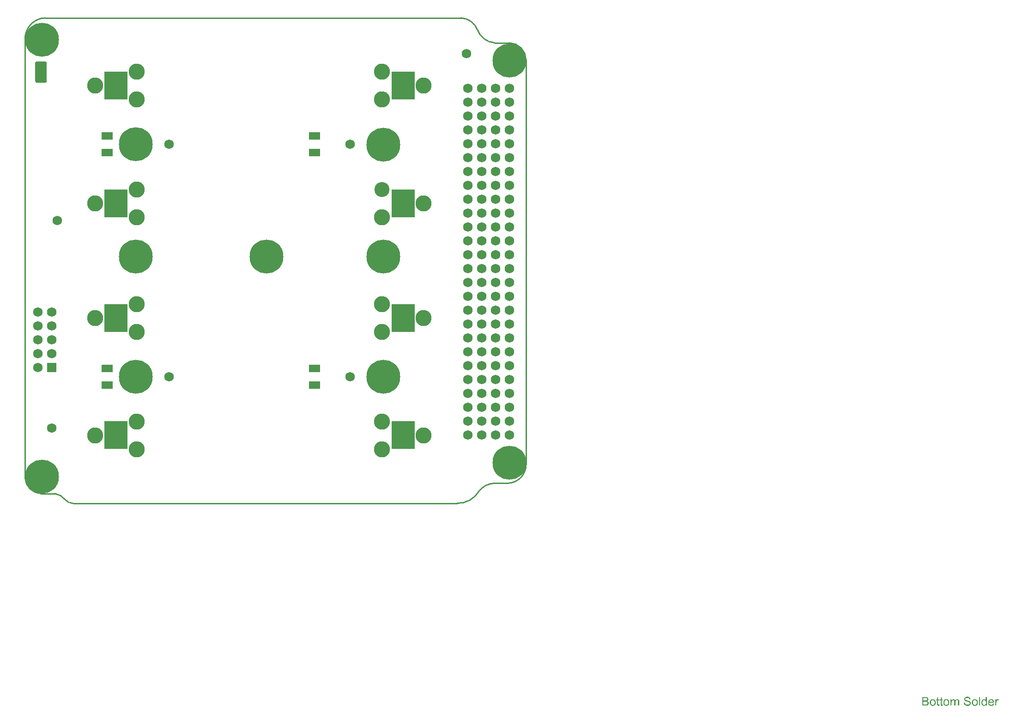
<source format=gbs>
G04*
G04 #@! TF.GenerationSoftware,Altium Limited,Altium Designer,18.1.7 (191)*
G04*
G04 Layer_Color=16711935*
%FSLAX25Y25*%
%MOIN*%
G70*
G01*
G75*
%ADD11C,0.01000*%
%ADD13C,0.00787*%
%ADD19R,0.07874X0.14567*%
%ADD22C,0.11627*%
%ADD23C,0.06902*%
%ADD24R,0.06902X0.06902*%
%ADD25C,0.24422*%
%ADD26C,0.10827*%
%ADD34R,0.07887X0.05328*%
%ADD35R,0.16548X0.20485*%
G36*
X681189Y-139136D02*
X681253D01*
X681426Y-139154D01*
X681617Y-139181D01*
X681817Y-139227D01*
X682036Y-139281D01*
X682236Y-139354D01*
X682246D01*
X682264Y-139363D01*
X682291Y-139382D01*
X682328Y-139400D01*
X682419Y-139445D01*
X682537Y-139527D01*
X682674Y-139618D01*
X682810Y-139737D01*
X682938Y-139874D01*
X683056Y-140028D01*
Y-140038D01*
X683066Y-140047D01*
X683084Y-140074D01*
X683102Y-140101D01*
X683147Y-140192D01*
X683202Y-140311D01*
X683266Y-140456D01*
X683312Y-140630D01*
X683357Y-140812D01*
X683375Y-141012D01*
X682574Y-141076D01*
Y-141067D01*
Y-141049D01*
X682564Y-141021D01*
X682555Y-140976D01*
X682528Y-140876D01*
X682492Y-140739D01*
X682437Y-140593D01*
X682355Y-140447D01*
X682255Y-140311D01*
X682127Y-140183D01*
X682109Y-140174D01*
X682063Y-140138D01*
X681972Y-140083D01*
X681854Y-140028D01*
X681699Y-139974D01*
X681517Y-139919D01*
X681289Y-139883D01*
X681034Y-139874D01*
X680906D01*
X680852Y-139883D01*
X680779Y-139892D01*
X680615Y-139910D01*
X680433Y-139946D01*
X680251Y-139992D01*
X680077Y-140065D01*
X680005Y-140110D01*
X679932Y-140156D01*
X679913Y-140165D01*
X679877Y-140201D01*
X679822Y-140265D01*
X679768Y-140338D01*
X679704Y-140438D01*
X679649Y-140548D01*
X679613Y-140675D01*
X679595Y-140821D01*
Y-140839D01*
Y-140876D01*
X679604Y-140939D01*
X679622Y-141012D01*
X679649Y-141103D01*
X679695Y-141194D01*
X679749Y-141286D01*
X679832Y-141377D01*
X679841Y-141386D01*
X679886Y-141413D01*
X679922Y-141440D01*
X679959Y-141459D01*
X680014Y-141486D01*
X680077Y-141522D01*
X680159Y-141550D01*
X680251Y-141586D01*
X680351Y-141623D01*
X680469Y-141668D01*
X680597Y-141705D01*
X680743Y-141750D01*
X680906Y-141787D01*
X681089Y-141832D01*
X681098D01*
X681134Y-141841D01*
X681189Y-141850D01*
X681253Y-141869D01*
X681335Y-141887D01*
X681435Y-141914D01*
X681535Y-141941D01*
X681644Y-141969D01*
X681881Y-142033D01*
X682109Y-142096D01*
X682218Y-142133D01*
X682318Y-142169D01*
X682410Y-142197D01*
X682482Y-142233D01*
X682492D01*
X682510Y-142242D01*
X682537Y-142260D01*
X682574Y-142279D01*
X682674Y-142333D01*
X682792Y-142406D01*
X682929Y-142506D01*
X683066Y-142616D01*
X683193Y-142743D01*
X683302Y-142880D01*
X683312Y-142898D01*
X683348Y-142944D01*
X683384Y-143026D01*
X683439Y-143135D01*
X683485Y-143262D01*
X683530Y-143417D01*
X683557Y-143590D01*
X683567Y-143773D01*
Y-143782D01*
Y-143791D01*
Y-143818D01*
Y-143855D01*
X683548Y-143955D01*
X683530Y-144082D01*
X683494Y-144228D01*
X683448Y-144383D01*
X683375Y-144547D01*
X683275Y-144720D01*
Y-144729D01*
X683266Y-144738D01*
X683220Y-144793D01*
X683157Y-144875D01*
X683066Y-144966D01*
X682947Y-145075D01*
X682801Y-145194D01*
X682637Y-145303D01*
X682446Y-145403D01*
X682437D01*
X682419Y-145412D01*
X682391Y-145422D01*
X682355Y-145440D01*
X682300Y-145458D01*
X682236Y-145485D01*
X682091Y-145522D01*
X681918Y-145567D01*
X681708Y-145613D01*
X681480Y-145640D01*
X681234Y-145649D01*
X681089D01*
X681016Y-145640D01*
X680934D01*
X680843Y-145631D01*
X680733Y-145622D01*
X680506Y-145586D01*
X680269Y-145549D01*
X680032Y-145485D01*
X679804Y-145403D01*
X679795D01*
X679777Y-145394D01*
X679749Y-145376D01*
X679713Y-145358D01*
X679604Y-145303D01*
X679476Y-145221D01*
X679330Y-145112D01*
X679176Y-144984D01*
X679030Y-144829D01*
X678893Y-144656D01*
Y-144647D01*
X678875Y-144629D01*
X678866Y-144602D01*
X678838Y-144565D01*
X678820Y-144520D01*
X678793Y-144465D01*
X678729Y-144328D01*
X678665Y-144155D01*
X678611Y-143964D01*
X678574Y-143745D01*
X678556Y-143517D01*
X679340Y-143445D01*
Y-143454D01*
Y-143463D01*
X679349Y-143490D01*
Y-143527D01*
X679367Y-143609D01*
X679394Y-143727D01*
X679431Y-143845D01*
X679467Y-143982D01*
X679531Y-144110D01*
X679595Y-144228D01*
X679604Y-144237D01*
X679631Y-144274D01*
X679677Y-144337D01*
X679749Y-144401D01*
X679841Y-144483D01*
X679941Y-144565D01*
X680077Y-144647D01*
X680223Y-144720D01*
X680232D01*
X680241Y-144729D01*
X680269Y-144738D01*
X680296Y-144747D01*
X680387Y-144775D01*
X680506Y-144811D01*
X680651Y-144848D01*
X680815Y-144875D01*
X680998Y-144893D01*
X681198Y-144902D01*
X681280D01*
X681371Y-144893D01*
X681480Y-144884D01*
X681608Y-144866D01*
X681754Y-144848D01*
X681899Y-144811D01*
X682036Y-144766D01*
X682054Y-144756D01*
X682100Y-144738D01*
X682164Y-144702D01*
X682246Y-144665D01*
X682328Y-144602D01*
X682419Y-144538D01*
X682510Y-144465D01*
X682583Y-144374D01*
X682592Y-144365D01*
X682610Y-144328D01*
X682637Y-144283D01*
X682674Y-144210D01*
X682710Y-144137D01*
X682737Y-144046D01*
X682756Y-143946D01*
X682765Y-143836D01*
Y-143827D01*
Y-143782D01*
X682756Y-143727D01*
X682747Y-143654D01*
X682719Y-143581D01*
X682692Y-143490D01*
X682646Y-143399D01*
X682583Y-143317D01*
X682574Y-143308D01*
X682546Y-143281D01*
X682510Y-143244D01*
X682446Y-143190D01*
X682373Y-143135D01*
X682273Y-143071D01*
X682155Y-143007D01*
X682018Y-142953D01*
X682009Y-142944D01*
X681963Y-142935D01*
X681890Y-142907D01*
X681845Y-142898D01*
X681781Y-142880D01*
X681717Y-142852D01*
X681635Y-142834D01*
X681544Y-142807D01*
X681435Y-142780D01*
X681325Y-142752D01*
X681198Y-142716D01*
X681052Y-142679D01*
X680897Y-142643D01*
X680888D01*
X680861Y-142634D01*
X680815Y-142625D01*
X680761Y-142606D01*
X680688Y-142588D01*
X680606Y-142570D01*
X680424Y-142515D01*
X680223Y-142452D01*
X680014Y-142388D01*
X679832Y-142324D01*
X679749Y-142288D01*
X679677Y-142251D01*
X679668D01*
X679658Y-142242D01*
X679604Y-142206D01*
X679522Y-142160D01*
X679431Y-142087D01*
X679321Y-142005D01*
X679212Y-141905D01*
X679103Y-141787D01*
X679011Y-141659D01*
X679002Y-141641D01*
X678975Y-141595D01*
X678939Y-141522D01*
X678902Y-141431D01*
X678866Y-141313D01*
X678829Y-141176D01*
X678802Y-141031D01*
X678793Y-140876D01*
Y-140866D01*
Y-140857D01*
Y-140830D01*
Y-140794D01*
X678811Y-140702D01*
X678829Y-140584D01*
X678857Y-140447D01*
X678902Y-140293D01*
X678966Y-140138D01*
X679057Y-139983D01*
Y-139974D01*
X679066Y-139965D01*
X679112Y-139910D01*
X679176Y-139837D01*
X679257Y-139746D01*
X679367Y-139646D01*
X679503Y-139536D01*
X679668Y-139436D01*
X679850Y-139345D01*
X679859D01*
X679877Y-139336D01*
X679904Y-139327D01*
X679941Y-139309D01*
X679986Y-139290D01*
X680050Y-139272D01*
X680187Y-139236D01*
X680360Y-139199D01*
X680560Y-139163D01*
X680770Y-139136D01*
X681007Y-139127D01*
X681125D01*
X681189Y-139136D01*
D02*
G37*
G36*
X695145Y-145540D02*
X694426D01*
Y-144966D01*
X694417Y-144975D01*
X694407Y-144993D01*
X694380Y-145030D01*
X694344Y-145075D01*
X694298Y-145121D01*
X694243Y-145176D01*
X694180Y-145239D01*
X694098Y-145303D01*
X694016Y-145367D01*
X693925Y-145431D01*
X693815Y-145485D01*
X693697Y-145531D01*
X693578Y-145576D01*
X693442Y-145613D01*
X693296Y-145631D01*
X693141Y-145640D01*
X693086D01*
X693050Y-145631D01*
X692941Y-145622D01*
X692813Y-145604D01*
X692658Y-145567D01*
X692485Y-145513D01*
X692312Y-145440D01*
X692139Y-145340D01*
X692130D01*
X692121Y-145321D01*
X692066Y-145285D01*
X691984Y-145212D01*
X691884Y-145121D01*
X691765Y-145002D01*
X691647Y-144857D01*
X691529Y-144693D01*
X691429Y-144501D01*
Y-144492D01*
X691419Y-144474D01*
X691410Y-144447D01*
X691392Y-144410D01*
X691374Y-144356D01*
X691347Y-144292D01*
X691328Y-144228D01*
X691310Y-144146D01*
X691264Y-143964D01*
X691219Y-143754D01*
X691192Y-143517D01*
X691183Y-143262D01*
Y-143253D01*
Y-143235D01*
Y-143199D01*
Y-143144D01*
X691192Y-143089D01*
Y-143017D01*
X691210Y-142852D01*
X691237Y-142661D01*
X691283Y-142452D01*
X691337Y-142233D01*
X691410Y-142024D01*
Y-142014D01*
X691419Y-141996D01*
X691438Y-141969D01*
X691456Y-141932D01*
X691510Y-141832D01*
X691583Y-141705D01*
X691674Y-141568D01*
X691793Y-141431D01*
X691929Y-141286D01*
X692094Y-141167D01*
X692103D01*
X692112Y-141158D01*
X692139Y-141140D01*
X692175Y-141122D01*
X692267Y-141076D01*
X692394Y-141012D01*
X692540Y-140958D01*
X692713Y-140912D01*
X692904Y-140876D01*
X693105Y-140866D01*
X693178D01*
X693251Y-140876D01*
X693351Y-140885D01*
X693469Y-140912D01*
X693597Y-140939D01*
X693724Y-140985D01*
X693843Y-141049D01*
X693861Y-141058D01*
X693897Y-141076D01*
X693952Y-141122D01*
X694025Y-141167D01*
X694116Y-141231D01*
X694198Y-141313D01*
X694289Y-141395D01*
X694371Y-141495D01*
Y-139236D01*
X695145D01*
Y-145540D01*
D02*
G37*
G36*
X703098Y-140876D02*
X703199Y-140894D01*
X703317Y-140930D01*
X703445Y-140976D01*
X703590Y-141040D01*
X703745Y-141122D01*
X703463Y-141832D01*
X703454Y-141823D01*
X703417Y-141805D01*
X703363Y-141778D01*
X703290Y-141750D01*
X703208Y-141723D01*
X703108Y-141695D01*
X703007Y-141677D01*
X702907Y-141668D01*
X702861D01*
X702816Y-141677D01*
X702752Y-141686D01*
X702688Y-141705D01*
X702606Y-141732D01*
X702525Y-141768D01*
X702452Y-141823D01*
X702443Y-141832D01*
X702415Y-141850D01*
X702388Y-141887D01*
X702342Y-141932D01*
X702297Y-141996D01*
X702251Y-142069D01*
X702206Y-142151D01*
X702169Y-142251D01*
X702160Y-142269D01*
X702151Y-142324D01*
X702133Y-142406D01*
X702105Y-142515D01*
X702078Y-142652D01*
X702060Y-142807D01*
X702051Y-142971D01*
X702042Y-143153D01*
Y-145540D01*
X701267D01*
Y-140967D01*
X701969D01*
Y-141659D01*
X701978Y-141650D01*
X702014Y-141586D01*
X702060Y-141504D01*
X702133Y-141404D01*
X702206Y-141304D01*
X702288Y-141194D01*
X702370Y-141103D01*
X702452Y-141031D01*
X702461Y-141021D01*
X702488Y-141003D01*
X702543Y-140976D01*
X702597Y-140948D01*
X702670Y-140921D01*
X702761Y-140894D01*
X702852Y-140876D01*
X702953Y-140866D01*
X703016D01*
X703098Y-140876D01*
D02*
G37*
G36*
X673837D02*
X673901D01*
X673965Y-140885D01*
X674120Y-140912D01*
X674284Y-140958D01*
X674457Y-141031D01*
X674630Y-141122D01*
X674775Y-141249D01*
X674794Y-141267D01*
X674830Y-141322D01*
X674894Y-141404D01*
X674921Y-141468D01*
X674958Y-141532D01*
X674994Y-141613D01*
X675021Y-141695D01*
X675058Y-141787D01*
X675085Y-141896D01*
X675103Y-142005D01*
X675122Y-142133D01*
X675140Y-142260D01*
Y-142406D01*
Y-145540D01*
X674365D01*
Y-142670D01*
Y-142661D01*
Y-142652D01*
Y-142597D01*
Y-142515D01*
X674356Y-142415D01*
X674347Y-142306D01*
X674338Y-142197D01*
X674320Y-142087D01*
X674293Y-142005D01*
Y-141996D01*
X674274Y-141969D01*
X674256Y-141932D01*
X674229Y-141887D01*
X674192Y-141832D01*
X674147Y-141778D01*
X674092Y-141723D01*
X674019Y-141668D01*
X674010Y-141659D01*
X673983Y-141650D01*
X673946Y-141632D01*
X673883Y-141604D01*
X673819Y-141577D01*
X673737Y-141559D01*
X673655Y-141550D01*
X673555Y-141541D01*
X673509D01*
X673473Y-141550D01*
X673382Y-141559D01*
X673272Y-141577D01*
X673145Y-141623D01*
X673008Y-141677D01*
X672871Y-141759D01*
X672744Y-141869D01*
X672735Y-141887D01*
X672698Y-141932D01*
X672644Y-142005D01*
X672589Y-142115D01*
X672525Y-142260D01*
X672480Y-142433D01*
X672443Y-142643D01*
X672425Y-142889D01*
Y-145540D01*
X671651D01*
Y-142579D01*
Y-142570D01*
Y-142552D01*
Y-142534D01*
Y-142497D01*
X671642Y-142397D01*
X671623Y-142288D01*
X671605Y-142160D01*
X671569Y-142033D01*
X671523Y-141914D01*
X671459Y-141805D01*
X671450Y-141796D01*
X671423Y-141759D01*
X671377Y-141723D01*
X671314Y-141668D01*
X671232Y-141623D01*
X671122Y-141577D01*
X670995Y-141550D01*
X670840Y-141541D01*
X670785D01*
X670721Y-141550D01*
X670649Y-141559D01*
X670557Y-141586D01*
X670448Y-141613D01*
X670348Y-141659D01*
X670239Y-141714D01*
X670229Y-141723D01*
X670193Y-141750D01*
X670148Y-141787D01*
X670084Y-141841D01*
X670020Y-141914D01*
X669956Y-142005D01*
X669892Y-142105D01*
X669838Y-142224D01*
X669829Y-142242D01*
X669820Y-142288D01*
X669801Y-142360D01*
X669774Y-142461D01*
X669747Y-142597D01*
X669729Y-142761D01*
X669719Y-142953D01*
X669710Y-143171D01*
Y-145540D01*
X668936D01*
Y-140967D01*
X669628D01*
Y-141623D01*
X669637Y-141604D01*
X669665Y-141568D01*
X669719Y-141504D01*
X669783Y-141431D01*
X669865Y-141340D01*
X669965Y-141249D01*
X670075Y-141158D01*
X670202Y-141076D01*
X670220Y-141067D01*
X670266Y-141040D01*
X670339Y-141012D01*
X670439Y-140967D01*
X670557Y-140930D01*
X670694Y-140903D01*
X670849Y-140876D01*
X671013Y-140866D01*
X671095D01*
X671195Y-140876D01*
X671305Y-140894D01*
X671441Y-140921D01*
X671578Y-140958D01*
X671714Y-141012D01*
X671842Y-141085D01*
X671860Y-141094D01*
X671897Y-141122D01*
X671951Y-141167D01*
X672024Y-141240D01*
X672097Y-141322D01*
X672179Y-141422D01*
X672252Y-141541D01*
X672307Y-141677D01*
X672316Y-141668D01*
X672334Y-141641D01*
X672361Y-141604D01*
X672407Y-141550D01*
X672462Y-141486D01*
X672525Y-141422D01*
X672598Y-141349D01*
X672689Y-141267D01*
X672789Y-141194D01*
X672890Y-141122D01*
X673008Y-141058D01*
X673136Y-140994D01*
X673272Y-140939D01*
X673418Y-140903D01*
X673564Y-140876D01*
X673728Y-140866D01*
X673792D01*
X673837Y-140876D01*
D02*
G37*
G36*
X690272Y-145540D02*
X689497D01*
Y-139236D01*
X690272D01*
Y-145540D01*
D02*
G37*
G36*
X650971Y-139245D02*
X651044D01*
X651208Y-139263D01*
X651390Y-139281D01*
X651581Y-139318D01*
X651773Y-139363D01*
X651946Y-139427D01*
X651955D01*
X651964Y-139436D01*
X652019Y-139464D01*
X652101Y-139509D01*
X652192Y-139573D01*
X652301Y-139655D01*
X652420Y-139755D01*
X652529Y-139883D01*
X652629Y-140019D01*
X652638Y-140038D01*
X652665Y-140092D01*
X652711Y-140165D01*
X652757Y-140274D01*
X652802Y-140402D01*
X652848Y-140539D01*
X652875Y-140693D01*
X652884Y-140848D01*
Y-140866D01*
Y-140912D01*
X652875Y-140994D01*
X652857Y-141094D01*
X652829Y-141213D01*
X652784Y-141340D01*
X652729Y-141468D01*
X652656Y-141604D01*
X652647Y-141623D01*
X652620Y-141659D01*
X652565Y-141732D01*
X652492Y-141805D01*
X652401Y-141896D01*
X652292Y-141996D01*
X652155Y-142087D01*
X652000Y-142178D01*
X652009D01*
X652028Y-142187D01*
X652055Y-142197D01*
X652092Y-142215D01*
X652201Y-142251D01*
X652328Y-142315D01*
X652465Y-142397D01*
X652620Y-142497D01*
X652757Y-142616D01*
X652884Y-142761D01*
X652893Y-142780D01*
X652930Y-142834D01*
X652984Y-142916D01*
X653039Y-143026D01*
X653094Y-143171D01*
X653148Y-143326D01*
X653185Y-143508D01*
X653194Y-143709D01*
Y-143718D01*
Y-143727D01*
Y-143782D01*
X653185Y-143873D01*
X653166Y-143982D01*
X653148Y-144110D01*
X653112Y-144246D01*
X653066Y-144392D01*
X653003Y-144538D01*
X652993Y-144556D01*
X652966Y-144602D01*
X652930Y-144665D01*
X652875Y-144756D01*
X652802Y-144848D01*
X652729Y-144948D01*
X652638Y-145048D01*
X652538Y-145130D01*
X652529Y-145139D01*
X652492Y-145166D01*
X652429Y-145203D01*
X652347Y-145239D01*
X652246Y-145294D01*
X652128Y-145349D01*
X652000Y-145394D01*
X651846Y-145440D01*
X651827D01*
X651773Y-145458D01*
X651682Y-145467D01*
X651563Y-145485D01*
X651417Y-145503D01*
X651244Y-145522D01*
X651053Y-145531D01*
X650834Y-145540D01*
X648429D01*
Y-139236D01*
X650907D01*
X650971Y-139245D01*
D02*
G37*
G36*
X662495Y-140967D02*
X663279D01*
Y-141568D01*
X662495D01*
Y-144255D01*
Y-144274D01*
Y-144310D01*
Y-144365D01*
X662504Y-144429D01*
X662513Y-144574D01*
X662523Y-144638D01*
X662532Y-144684D01*
X662541Y-144702D01*
X662568Y-144738D01*
X662604Y-144784D01*
X662668Y-144829D01*
X662686Y-144838D01*
X662732Y-144857D01*
X662814Y-144875D01*
X662932Y-144884D01*
X663024D01*
X663069Y-144875D01*
X663133D01*
X663206Y-144866D01*
X663279Y-144857D01*
X663379Y-145540D01*
X663361D01*
X663324Y-145549D01*
X663260Y-145558D01*
X663178Y-145567D01*
X663087Y-145586D01*
X662987Y-145595D01*
X662787Y-145604D01*
X662714D01*
X662641Y-145595D01*
X662550Y-145586D01*
X662440Y-145576D01*
X662331Y-145549D01*
X662231Y-145522D01*
X662131Y-145476D01*
X662122Y-145467D01*
X662094Y-145449D01*
X662058Y-145422D01*
X662003Y-145376D01*
X661958Y-145330D01*
X661903Y-145267D01*
X661848Y-145203D01*
X661812Y-145121D01*
Y-145112D01*
X661794Y-145075D01*
X661785Y-145011D01*
X661766Y-144920D01*
X661748Y-144802D01*
X661739Y-144729D01*
Y-144647D01*
X661730Y-144547D01*
X661721Y-144447D01*
Y-144337D01*
Y-144210D01*
Y-141568D01*
X661147D01*
Y-140967D01*
X661721D01*
Y-139837D01*
X662495Y-139373D01*
Y-140967D01*
D02*
G37*
G36*
X660044D02*
X660828D01*
Y-141568D01*
X660044D01*
Y-144255D01*
Y-144274D01*
Y-144310D01*
Y-144365D01*
X660054Y-144429D01*
X660063Y-144574D01*
X660072Y-144638D01*
X660081Y-144684D01*
X660090Y-144702D01*
X660117Y-144738D01*
X660154Y-144784D01*
X660218Y-144829D01*
X660236Y-144838D01*
X660281Y-144857D01*
X660363Y-144875D01*
X660482Y-144884D01*
X660573D01*
X660618Y-144875D01*
X660682D01*
X660755Y-144866D01*
X660828Y-144857D01*
X660928Y-145540D01*
X660910D01*
X660874Y-145549D01*
X660810Y-145558D01*
X660728Y-145567D01*
X660637Y-145586D01*
X660536Y-145595D01*
X660336Y-145604D01*
X660263D01*
X660190Y-145595D01*
X660099Y-145586D01*
X659990Y-145576D01*
X659881Y-145549D01*
X659780Y-145522D01*
X659680Y-145476D01*
X659671Y-145467D01*
X659644Y-145449D01*
X659607Y-145422D01*
X659553Y-145376D01*
X659507Y-145330D01*
X659452Y-145267D01*
X659398Y-145203D01*
X659361Y-145121D01*
Y-145112D01*
X659343Y-145075D01*
X659334Y-145011D01*
X659316Y-144920D01*
X659298Y-144802D01*
X659288Y-144729D01*
Y-144647D01*
X659279Y-144547D01*
X659270Y-144447D01*
Y-144337D01*
Y-144210D01*
Y-141568D01*
X658696D01*
Y-140967D01*
X659270D01*
Y-139837D01*
X660044Y-139373D01*
Y-140967D01*
D02*
G37*
G36*
X698398Y-140876D02*
X698470Y-140885D01*
X698562Y-140903D01*
X698662Y-140921D01*
X698780Y-140948D01*
X698890Y-140976D01*
X699017Y-141021D01*
X699135Y-141067D01*
X699263Y-141131D01*
X699391Y-141204D01*
X699518Y-141286D01*
X699637Y-141386D01*
X699746Y-141495D01*
X699755Y-141504D01*
X699773Y-141522D01*
X699801Y-141559D01*
X699837Y-141613D01*
X699883Y-141677D01*
X699928Y-141750D01*
X699983Y-141841D01*
X700037Y-141951D01*
X700092Y-142069D01*
X700147Y-142197D01*
X700192Y-142342D01*
X700238Y-142497D01*
X700274Y-142670D01*
X700302Y-142852D01*
X700320Y-143044D01*
X700329Y-143253D01*
Y-143262D01*
Y-143299D01*
Y-143363D01*
X700320Y-143454D01*
X696904D01*
Y-143463D01*
Y-143490D01*
X696913Y-143527D01*
Y-143581D01*
X696922Y-143645D01*
X696940Y-143718D01*
X696967Y-143882D01*
X697022Y-144064D01*
X697095Y-144264D01*
X697195Y-144447D01*
X697323Y-144611D01*
X697332D01*
X697341Y-144629D01*
X697396Y-144675D01*
X697477Y-144738D01*
X697587Y-144802D01*
X697733Y-144875D01*
X697897Y-144939D01*
X698079Y-144984D01*
X698179Y-144993D01*
X698288Y-145002D01*
X698361D01*
X698443Y-144993D01*
X698543Y-144975D01*
X698653Y-144948D01*
X698780Y-144911D01*
X698899Y-144857D01*
X699017Y-144784D01*
X699026Y-144775D01*
X699072Y-144738D01*
X699126Y-144684D01*
X699190Y-144611D01*
X699263Y-144510D01*
X699345Y-144383D01*
X699427Y-144237D01*
X699500Y-144064D01*
X700302Y-144164D01*
Y-144173D01*
X700292Y-144192D01*
X700283Y-144228D01*
X700265Y-144283D01*
X700238Y-144337D01*
X700211Y-144410D01*
X700138Y-144565D01*
X700046Y-144738D01*
X699919Y-144920D01*
X699773Y-145094D01*
X699591Y-145257D01*
X699582D01*
X699564Y-145276D01*
X699536Y-145294D01*
X699500Y-145321D01*
X699445Y-145349D01*
X699391Y-145376D01*
X699318Y-145412D01*
X699236Y-145449D01*
X699145Y-145485D01*
X699053Y-145522D01*
X698826Y-145576D01*
X698571Y-145622D01*
X698288Y-145640D01*
X698188D01*
X698124Y-145631D01*
X698042Y-145622D01*
X697942Y-145604D01*
X697833Y-145586D01*
X697714Y-145567D01*
X697459Y-145494D01*
X697323Y-145440D01*
X697195Y-145385D01*
X697058Y-145312D01*
X696931Y-145230D01*
X696812Y-145139D01*
X696694Y-145030D01*
X696685Y-145021D01*
X696667Y-145002D01*
X696639Y-144966D01*
X696603Y-144911D01*
X696557Y-144848D01*
X696512Y-144775D01*
X696457Y-144684D01*
X696403Y-144583D01*
X696348Y-144465D01*
X696293Y-144337D01*
X696248Y-144192D01*
X696202Y-144037D01*
X696166Y-143873D01*
X696138Y-143691D01*
X696120Y-143499D01*
X696111Y-143299D01*
Y-143290D01*
Y-143244D01*
Y-143190D01*
X696120Y-143107D01*
X696129Y-143007D01*
X696138Y-142898D01*
X696157Y-142771D01*
X696184Y-142643D01*
X696257Y-142351D01*
X696302Y-142206D01*
X696357Y-142051D01*
X696430Y-141905D01*
X696512Y-141768D01*
X696603Y-141632D01*
X696703Y-141504D01*
X696712Y-141495D01*
X696731Y-141477D01*
X696767Y-141449D01*
X696812Y-141404D01*
X696867Y-141358D01*
X696940Y-141304D01*
X697022Y-141240D01*
X697122Y-141185D01*
X697222Y-141122D01*
X697341Y-141067D01*
X697468Y-141012D01*
X697605Y-140967D01*
X697751Y-140921D01*
X697906Y-140894D01*
X698070Y-140876D01*
X698243Y-140866D01*
X698334D01*
X698398Y-140876D01*
D02*
G37*
G36*
X686618D02*
X686700Y-140885D01*
X686792Y-140903D01*
X686892Y-140921D01*
X687010Y-140939D01*
X687256Y-141021D01*
X687384Y-141067D01*
X687511Y-141131D01*
X687639Y-141194D01*
X687766Y-141286D01*
X687885Y-141377D01*
X688003Y-141486D01*
X688012Y-141495D01*
X688030Y-141513D01*
X688058Y-141550D01*
X688094Y-141595D01*
X688140Y-141659D01*
X688194Y-141741D01*
X688249Y-141832D01*
X688304Y-141932D01*
X688358Y-142042D01*
X688413Y-142178D01*
X688468Y-142315D01*
X688513Y-142470D01*
X688550Y-142634D01*
X688577Y-142807D01*
X688595Y-142989D01*
X688604Y-143190D01*
Y-143199D01*
Y-143226D01*
Y-143272D01*
Y-143335D01*
X688595Y-143408D01*
X688586Y-143499D01*
Y-143590D01*
X688568Y-143691D01*
X688541Y-143918D01*
X688486Y-144146D01*
X688422Y-144374D01*
X688331Y-144583D01*
Y-144592D01*
X688322Y-144602D01*
X688304Y-144629D01*
X688285Y-144665D01*
X688222Y-144756D01*
X688140Y-144866D01*
X688030Y-144993D01*
X687894Y-145121D01*
X687739Y-145248D01*
X687557Y-145367D01*
X687548D01*
X687538Y-145376D01*
X687511Y-145394D01*
X687466Y-145412D01*
X687420Y-145431D01*
X687365Y-145449D01*
X687229Y-145503D01*
X687074Y-145549D01*
X686883Y-145595D01*
X686682Y-145631D01*
X686463Y-145640D01*
X686372D01*
X686300Y-145631D01*
X686218Y-145622D01*
X686127Y-145604D01*
X686017Y-145586D01*
X685908Y-145567D01*
X685662Y-145494D01*
X685525Y-145440D01*
X685398Y-145385D01*
X685270Y-145312D01*
X685143Y-145230D01*
X685024Y-145139D01*
X684906Y-145030D01*
X684897Y-145021D01*
X684878Y-145002D01*
X684851Y-144966D01*
X684815Y-144911D01*
X684769Y-144848D01*
X684724Y-144775D01*
X684669Y-144684D01*
X684614Y-144574D01*
X684559Y-144456D01*
X684505Y-144319D01*
X684459Y-144173D01*
X684414Y-144019D01*
X684377Y-143845D01*
X684350Y-143663D01*
X684332Y-143463D01*
X684323Y-143253D01*
Y-143235D01*
Y-143199D01*
X684332Y-143135D01*
Y-143044D01*
X684341Y-142944D01*
X684359Y-142816D01*
X684377Y-142689D01*
X684414Y-142543D01*
X684450Y-142397D01*
X684496Y-142242D01*
X684550Y-142078D01*
X684623Y-141923D01*
X684696Y-141778D01*
X684796Y-141632D01*
X684897Y-141495D01*
X685024Y-141377D01*
X685033Y-141367D01*
X685051Y-141358D01*
X685088Y-141331D01*
X685134Y-141295D01*
X685188Y-141258D01*
X685261Y-141213D01*
X685334Y-141167D01*
X685425Y-141122D01*
X685525Y-141076D01*
X685635Y-141031D01*
X685881Y-140948D01*
X686163Y-140885D01*
X686309Y-140876D01*
X686463Y-140866D01*
X686555D01*
X686618Y-140876D01*
D02*
G37*
G36*
X666048D02*
X666130Y-140885D01*
X666221Y-140903D01*
X666321Y-140921D01*
X666440Y-140939D01*
X666686Y-141021D01*
X666813Y-141067D01*
X666941Y-141131D01*
X667068Y-141194D01*
X667196Y-141286D01*
X667314Y-141377D01*
X667433Y-141486D01*
X667442Y-141495D01*
X667460Y-141513D01*
X667487Y-141550D01*
X667524Y-141595D01*
X667569Y-141659D01*
X667624Y-141741D01*
X667679Y-141832D01*
X667733Y-141932D01*
X667788Y-142042D01*
X667843Y-142178D01*
X667897Y-142315D01*
X667943Y-142470D01*
X667979Y-142634D01*
X668007Y-142807D01*
X668025Y-142989D01*
X668034Y-143190D01*
Y-143199D01*
Y-143226D01*
Y-143272D01*
Y-143335D01*
X668025Y-143408D01*
X668016Y-143499D01*
Y-143590D01*
X667998Y-143691D01*
X667970Y-143918D01*
X667916Y-144146D01*
X667852Y-144374D01*
X667761Y-144583D01*
Y-144592D01*
X667752Y-144602D01*
X667733Y-144629D01*
X667715Y-144665D01*
X667651Y-144756D01*
X667569Y-144866D01*
X667460Y-144993D01*
X667323Y-145121D01*
X667169Y-145248D01*
X666986Y-145367D01*
X666977D01*
X666968Y-145376D01*
X666941Y-145394D01*
X666895Y-145412D01*
X666850Y-145431D01*
X666795Y-145449D01*
X666658Y-145503D01*
X666503Y-145549D01*
X666312Y-145595D01*
X666112Y-145631D01*
X665893Y-145640D01*
X665802D01*
X665729Y-145631D01*
X665647Y-145622D01*
X665556Y-145604D01*
X665447Y-145586D01*
X665337Y-145567D01*
X665092Y-145494D01*
X664955Y-145440D01*
X664827Y-145385D01*
X664700Y-145312D01*
X664572Y-145230D01*
X664454Y-145139D01*
X664335Y-145030D01*
X664326Y-145021D01*
X664308Y-145002D01*
X664281Y-144966D01*
X664244Y-144911D01*
X664199Y-144848D01*
X664153Y-144775D01*
X664099Y-144684D01*
X664044Y-144574D01*
X663989Y-144456D01*
X663935Y-144319D01*
X663889Y-144173D01*
X663843Y-144019D01*
X663807Y-143845D01*
X663780Y-143663D01*
X663761Y-143463D01*
X663752Y-143253D01*
Y-143235D01*
Y-143199D01*
X663761Y-143135D01*
Y-143044D01*
X663770Y-142944D01*
X663789Y-142816D01*
X663807Y-142689D01*
X663843Y-142543D01*
X663880Y-142397D01*
X663925Y-142242D01*
X663980Y-142078D01*
X664053Y-141923D01*
X664126Y-141778D01*
X664226Y-141632D01*
X664326Y-141495D01*
X664454Y-141377D01*
X664463Y-141367D01*
X664481Y-141358D01*
X664517Y-141331D01*
X664563Y-141295D01*
X664618Y-141258D01*
X664691Y-141213D01*
X664763Y-141167D01*
X664855Y-141122D01*
X664955Y-141076D01*
X665064Y-141031D01*
X665310Y-140948D01*
X665592Y-140885D01*
X665738Y-140876D01*
X665893Y-140866D01*
X665984D01*
X666048Y-140876D01*
D02*
G37*
G36*
X656246D02*
X656328Y-140885D01*
X656419Y-140903D01*
X656519Y-140921D01*
X656637Y-140939D01*
X656883Y-141021D01*
X657011Y-141067D01*
X657138Y-141131D01*
X657266Y-141194D01*
X657394Y-141286D01*
X657512Y-141377D01*
X657630Y-141486D01*
X657640Y-141495D01*
X657658Y-141513D01*
X657685Y-141550D01*
X657722Y-141595D01*
X657767Y-141659D01*
X657822Y-141741D01*
X657876Y-141832D01*
X657931Y-141932D01*
X657986Y-142042D01*
X658040Y-142178D01*
X658095Y-142315D01*
X658141Y-142470D01*
X658177Y-142634D01*
X658204Y-142807D01*
X658222Y-142989D01*
X658232Y-143190D01*
Y-143199D01*
Y-143226D01*
Y-143272D01*
Y-143335D01*
X658222Y-143408D01*
X658213Y-143499D01*
Y-143590D01*
X658195Y-143691D01*
X658168Y-143918D01*
X658113Y-144146D01*
X658049Y-144374D01*
X657958Y-144583D01*
Y-144592D01*
X657949Y-144602D01*
X657931Y-144629D01*
X657913Y-144665D01*
X657849Y-144756D01*
X657767Y-144866D01*
X657658Y-144993D01*
X657521Y-145121D01*
X657366Y-145248D01*
X657184Y-145367D01*
X657175D01*
X657166Y-145376D01*
X657138Y-145394D01*
X657093Y-145412D01*
X657047Y-145431D01*
X656993Y-145449D01*
X656856Y-145503D01*
X656701Y-145549D01*
X656510Y-145595D01*
X656309Y-145631D01*
X656091Y-145640D01*
X656000D01*
X655927Y-145631D01*
X655845Y-145622D01*
X655754Y-145604D01*
X655644Y-145586D01*
X655535Y-145567D01*
X655289Y-145494D01*
X655153Y-145440D01*
X655025Y-145385D01*
X654897Y-145312D01*
X654770Y-145230D01*
X654651Y-145139D01*
X654533Y-145030D01*
X654524Y-145021D01*
X654506Y-145002D01*
X654478Y-144966D01*
X654442Y-144911D01*
X654396Y-144848D01*
X654351Y-144775D01*
X654296Y-144684D01*
X654242Y-144574D01*
X654187Y-144456D01*
X654132Y-144319D01*
X654087Y-144173D01*
X654041Y-144019D01*
X654005Y-143845D01*
X653977Y-143663D01*
X653959Y-143463D01*
X653950Y-143253D01*
Y-143235D01*
Y-143199D01*
X653959Y-143135D01*
Y-143044D01*
X653968Y-142944D01*
X653986Y-142816D01*
X654005Y-142689D01*
X654041Y-142543D01*
X654077Y-142397D01*
X654123Y-142242D01*
X654178Y-142078D01*
X654251Y-141923D01*
X654323Y-141778D01*
X654424Y-141632D01*
X654524Y-141495D01*
X654651Y-141377D01*
X654661Y-141367D01*
X654679Y-141358D01*
X654715Y-141331D01*
X654761Y-141295D01*
X654815Y-141258D01*
X654888Y-141213D01*
X654961Y-141167D01*
X655052Y-141122D01*
X655153Y-141076D01*
X655262Y-141031D01*
X655508Y-140948D01*
X655790Y-140885D01*
X655936Y-140876D01*
X656091Y-140866D01*
X656182D01*
X656246Y-140876D01*
D02*
G37*
%LPC*%
G36*
X693187Y-141504D02*
X693141D01*
X693105Y-141513D01*
X693005Y-141522D01*
X692886Y-141559D01*
X692749Y-141604D01*
X692604Y-141686D01*
X692458Y-141787D01*
X692385Y-141859D01*
X692321Y-141932D01*
Y-141941D01*
X692303Y-141951D01*
X692294Y-141978D01*
X692267Y-142014D01*
X692239Y-142060D01*
X692212Y-142115D01*
X692185Y-142178D01*
X692148Y-142251D01*
X692112Y-142342D01*
X692084Y-142443D01*
X692057Y-142552D01*
X692030Y-142670D01*
X692011Y-142798D01*
X691993Y-142944D01*
X691975Y-143098D01*
Y-143262D01*
Y-143272D01*
Y-143299D01*
Y-143344D01*
X691984Y-143408D01*
Y-143481D01*
X691993Y-143563D01*
X692021Y-143754D01*
X692066Y-143964D01*
X692130Y-144183D01*
X692221Y-144392D01*
X692276Y-144483D01*
X692340Y-144574D01*
X692349D01*
X692358Y-144592D01*
X692403Y-144638D01*
X692485Y-144711D01*
X692586Y-144784D01*
X692713Y-144866D01*
X692868Y-144939D01*
X693032Y-144984D01*
X693123Y-144993D01*
X693214Y-145002D01*
X693260D01*
X693296Y-144993D01*
X693396Y-144984D01*
X693515Y-144948D01*
X693651Y-144902D01*
X693797Y-144829D01*
X693943Y-144729D01*
X694016Y-144665D01*
X694079Y-144592D01*
Y-144583D01*
X694098Y-144574D01*
X694116Y-144547D01*
X694134Y-144510D01*
X694162Y-144465D01*
X694198Y-144419D01*
X694225Y-144346D01*
X694262Y-144274D01*
X694298Y-144192D01*
X694325Y-144100D01*
X694362Y-143991D01*
X694389Y-143882D01*
X694407Y-143754D01*
X694426Y-143627D01*
X694444Y-143481D01*
Y-143326D01*
Y-143317D01*
Y-143281D01*
Y-143235D01*
X694435Y-143171D01*
Y-143098D01*
X694426Y-143007D01*
X694417Y-142907D01*
X694398Y-142798D01*
X694353Y-142579D01*
X694289Y-142351D01*
X694198Y-142133D01*
X694143Y-142042D01*
X694079Y-141951D01*
Y-141941D01*
X694061Y-141932D01*
X694016Y-141878D01*
X693934Y-141805D01*
X693833Y-141723D01*
X693706Y-141641D01*
X693551Y-141577D01*
X693378Y-141522D01*
X693287Y-141513D01*
X693187Y-141504D01*
D02*
G37*
G36*
X650761Y-139983D02*
X649267D01*
Y-141878D01*
X650816D01*
X650935Y-141869D01*
X651062Y-141859D01*
X651190Y-141850D01*
X651317Y-141832D01*
X651417Y-141814D01*
X651436Y-141805D01*
X651472Y-141796D01*
X651527Y-141768D01*
X651600Y-141732D01*
X651672Y-141695D01*
X651754Y-141641D01*
X651836Y-141568D01*
X651900Y-141495D01*
X651909Y-141486D01*
X651928Y-141459D01*
X651955Y-141404D01*
X651982Y-141340D01*
X652009Y-141267D01*
X652037Y-141176D01*
X652055Y-141067D01*
X652064Y-140948D01*
Y-140930D01*
Y-140894D01*
X652055Y-140839D01*
X652046Y-140766D01*
X652028Y-140675D01*
X652000Y-140584D01*
X651964Y-140493D01*
X651909Y-140402D01*
X651900Y-140393D01*
X651882Y-140365D01*
X651846Y-140320D01*
X651800Y-140274D01*
X651736Y-140220D01*
X651663Y-140165D01*
X651572Y-140110D01*
X651472Y-140074D01*
X651463D01*
X651417Y-140056D01*
X651354Y-140047D01*
X651253Y-140028D01*
X651117Y-140010D01*
X650962Y-140001D01*
X650761Y-139983D01*
D02*
G37*
G36*
X650925Y-142625D02*
X649267D01*
Y-144793D01*
X651062D01*
X651253Y-144784D01*
X651335Y-144775D01*
X651408Y-144766D01*
X651417D01*
X651454Y-144756D01*
X651509Y-144747D01*
X651572Y-144729D01*
X651727Y-144675D01*
X651882Y-144602D01*
X651891Y-144592D01*
X651918Y-144574D01*
X651955Y-144547D01*
X652000Y-144510D01*
X652046Y-144456D01*
X652110Y-144401D01*
X652155Y-144328D01*
X652210Y-144246D01*
X652219Y-144237D01*
X652228Y-144210D01*
X652246Y-144155D01*
X652274Y-144091D01*
X652301Y-144019D01*
X652319Y-143927D01*
X652328Y-143818D01*
X652338Y-143709D01*
Y-143691D01*
Y-143654D01*
X652328Y-143581D01*
X652310Y-143499D01*
X652292Y-143408D01*
X652255Y-143308D01*
X652210Y-143208D01*
X652146Y-143107D01*
X652137Y-143098D01*
X652110Y-143062D01*
X652073Y-143017D01*
X652019Y-142962D01*
X651946Y-142898D01*
X651855Y-142834D01*
X651754Y-142780D01*
X651636Y-142734D01*
X651618Y-142725D01*
X651581Y-142716D01*
X651499Y-142698D01*
X651399Y-142679D01*
X651272Y-142661D01*
X651117Y-142643D01*
X650925Y-142625D01*
D02*
G37*
G36*
X698252Y-141504D02*
X698197D01*
X698161Y-141513D01*
X698061Y-141522D01*
X697942Y-141550D01*
X697796Y-141595D01*
X697642Y-141659D01*
X697496Y-141750D01*
X697350Y-141869D01*
X697332Y-141887D01*
X697295Y-141932D01*
X697231Y-142014D01*
X697168Y-142124D01*
X697095Y-142251D01*
X697031Y-142415D01*
X696977Y-142606D01*
X696949Y-142816D01*
X699509D01*
Y-142807D01*
Y-142789D01*
X699500Y-142761D01*
Y-142725D01*
X699482Y-142616D01*
X699454Y-142497D01*
X699409Y-142351D01*
X699363Y-142215D01*
X699290Y-142078D01*
X699208Y-141960D01*
Y-141951D01*
X699190Y-141941D01*
X699145Y-141887D01*
X699063Y-141814D01*
X698953Y-141732D01*
X698817Y-141650D01*
X698653Y-141577D01*
X698461Y-141522D01*
X698361Y-141513D01*
X698252Y-141504D01*
D02*
G37*
G36*
X686463D02*
X686409D01*
X686363Y-141513D01*
X686263Y-141522D01*
X686127Y-141559D01*
X685972Y-141613D01*
X685808Y-141686D01*
X685653Y-141796D01*
X685571Y-141869D01*
X685498Y-141941D01*
Y-141951D01*
X685480Y-141960D01*
X685461Y-141987D01*
X685434Y-142024D01*
X685407Y-142069D01*
X685379Y-142124D01*
X685343Y-142197D01*
X685307Y-142269D01*
X685270Y-142360D01*
X685234Y-142452D01*
X685206Y-142561D01*
X685179Y-142679D01*
X685152Y-142807D01*
X685134Y-142944D01*
X685124Y-143098D01*
X685115Y-143253D01*
Y-143262D01*
Y-143290D01*
Y-143335D01*
X685124Y-143399D01*
Y-143472D01*
X685134Y-143554D01*
X685161Y-143745D01*
X685206Y-143964D01*
X685279Y-144183D01*
X685370Y-144392D01*
X685434Y-144483D01*
X685498Y-144574D01*
X685507D01*
X685516Y-144592D01*
X685571Y-144638D01*
X685653Y-144711D01*
X685762Y-144784D01*
X685899Y-144866D01*
X686063Y-144939D01*
X686254Y-144984D01*
X686354Y-144993D01*
X686463Y-145002D01*
X686518D01*
X686564Y-144993D01*
X686664Y-144975D01*
X686801Y-144948D01*
X686946Y-144893D01*
X687110Y-144820D01*
X687265Y-144711D01*
X687347Y-144638D01*
X687420Y-144565D01*
X687429Y-144556D01*
X687438Y-144547D01*
X687457Y-144520D01*
X687484Y-144483D01*
X687511Y-144438D01*
X687548Y-144383D01*
X687584Y-144310D01*
X687620Y-144237D01*
X687657Y-144146D01*
X687684Y-144046D01*
X687721Y-143937D01*
X687748Y-143818D01*
X687775Y-143682D01*
X687794Y-143545D01*
X687812Y-143390D01*
Y-143226D01*
Y-143217D01*
Y-143190D01*
Y-143144D01*
X687803Y-143089D01*
Y-143017D01*
X687794Y-142935D01*
X687766Y-142743D01*
X687721Y-142543D01*
X687648Y-142324D01*
X687548Y-142124D01*
X687493Y-142024D01*
X687420Y-141941D01*
Y-141932D01*
X687402Y-141923D01*
X687347Y-141869D01*
X687265Y-141805D01*
X687156Y-141723D01*
X687019Y-141641D01*
X686855Y-141568D01*
X686673Y-141522D01*
X686573Y-141513D01*
X686463Y-141504D01*
D02*
G37*
G36*
X665893D02*
X665838D01*
X665793Y-141513D01*
X665693Y-141522D01*
X665556Y-141559D01*
X665401Y-141613D01*
X665237Y-141686D01*
X665082Y-141796D01*
X665000Y-141869D01*
X664927Y-141941D01*
Y-141951D01*
X664909Y-141960D01*
X664891Y-141987D01*
X664864Y-142024D01*
X664836Y-142069D01*
X664809Y-142124D01*
X664773Y-142197D01*
X664736Y-142269D01*
X664700Y-142360D01*
X664663Y-142452D01*
X664636Y-142561D01*
X664609Y-142679D01*
X664581Y-142807D01*
X664563Y-142944D01*
X664554Y-143098D01*
X664545Y-143253D01*
Y-143262D01*
Y-143290D01*
Y-143335D01*
X664554Y-143399D01*
Y-143472D01*
X664563Y-143554D01*
X664590Y-143745D01*
X664636Y-143964D01*
X664709Y-144183D01*
X664800Y-144392D01*
X664864Y-144483D01*
X664927Y-144574D01*
X664937D01*
X664946Y-144592D01*
X665000Y-144638D01*
X665082Y-144711D01*
X665192Y-144784D01*
X665328Y-144866D01*
X665492Y-144939D01*
X665684Y-144984D01*
X665784Y-144993D01*
X665893Y-145002D01*
X665948D01*
X665993Y-144993D01*
X666094Y-144975D01*
X666230Y-144948D01*
X666376Y-144893D01*
X666540Y-144820D01*
X666695Y-144711D01*
X666777Y-144638D01*
X666850Y-144565D01*
X666859Y-144556D01*
X666868Y-144547D01*
X666886Y-144520D01*
X666914Y-144483D01*
X666941Y-144438D01*
X666977Y-144383D01*
X667014Y-144310D01*
X667050Y-144237D01*
X667087Y-144146D01*
X667114Y-144046D01*
X667150Y-143937D01*
X667178Y-143818D01*
X667205Y-143682D01*
X667223Y-143545D01*
X667241Y-143390D01*
Y-143226D01*
Y-143217D01*
Y-143190D01*
Y-143144D01*
X667232Y-143089D01*
Y-143017D01*
X667223Y-142935D01*
X667196Y-142743D01*
X667150Y-142543D01*
X667077Y-142324D01*
X666977Y-142124D01*
X666923Y-142024D01*
X666850Y-141941D01*
Y-141932D01*
X666831Y-141923D01*
X666777Y-141869D01*
X666695Y-141805D01*
X666585Y-141723D01*
X666449Y-141641D01*
X666285Y-141568D01*
X666103Y-141522D01*
X666003Y-141513D01*
X665893Y-141504D01*
D02*
G37*
G36*
X656091D02*
X656036D01*
X655991Y-141513D01*
X655890Y-141522D01*
X655754Y-141559D01*
X655599Y-141613D01*
X655435Y-141686D01*
X655280Y-141796D01*
X655198Y-141869D01*
X655125Y-141941D01*
Y-141951D01*
X655107Y-141960D01*
X655089Y-141987D01*
X655061Y-142024D01*
X655034Y-142069D01*
X655007Y-142124D01*
X654970Y-142197D01*
X654934Y-142269D01*
X654897Y-142360D01*
X654861Y-142452D01*
X654834Y-142561D01*
X654806Y-142679D01*
X654779Y-142807D01*
X654761Y-142944D01*
X654752Y-143098D01*
X654742Y-143253D01*
Y-143262D01*
Y-143290D01*
Y-143335D01*
X654752Y-143399D01*
Y-143472D01*
X654761Y-143554D01*
X654788Y-143745D01*
X654834Y-143964D01*
X654907Y-144183D01*
X654998Y-144392D01*
X655061Y-144483D01*
X655125Y-144574D01*
X655134D01*
X655143Y-144592D01*
X655198Y-144638D01*
X655280Y-144711D01*
X655389Y-144784D01*
X655526Y-144866D01*
X655690Y-144939D01*
X655881Y-144984D01*
X655981Y-144993D01*
X656091Y-145002D01*
X656145D01*
X656191Y-144993D01*
X656291Y-144975D01*
X656428Y-144948D01*
X656574Y-144893D01*
X656738Y-144820D01*
X656892Y-144711D01*
X656975Y-144638D01*
X657047Y-144565D01*
X657057Y-144556D01*
X657066Y-144547D01*
X657084Y-144520D01*
X657111Y-144483D01*
X657138Y-144438D01*
X657175Y-144383D01*
X657211Y-144310D01*
X657248Y-144237D01*
X657284Y-144146D01*
X657311Y-144046D01*
X657348Y-143937D01*
X657375Y-143818D01*
X657403Y-143682D01*
X657421Y-143545D01*
X657439Y-143390D01*
Y-143226D01*
Y-143217D01*
Y-143190D01*
Y-143144D01*
X657430Y-143089D01*
Y-143017D01*
X657421Y-142935D01*
X657394Y-142743D01*
X657348Y-142543D01*
X657275Y-142324D01*
X657175Y-142124D01*
X657120Y-142024D01*
X657047Y-141941D01*
Y-141932D01*
X657029Y-141923D01*
X656975Y-141869D01*
X656892Y-141805D01*
X656783Y-141723D01*
X656646Y-141641D01*
X656483Y-141568D01*
X656300Y-141522D01*
X656200Y-141513D01*
X656091Y-141504D01*
D02*
G37*
%LPD*%
D11*
X969Y18503D02*
G03*
X12247Y7419I11796J722D01*
G01*
X30208Y2724D02*
G03*
X22454Y7419I-10086J-7908D01*
G01*
X30208Y2724D02*
G03*
X35418Y400I4950J4095D01*
G01*
X312896Y400D02*
G03*
X328213Y8621I575J17307D01*
G01*
X349172Y14828D02*
G03*
X362560Y28425I-102J13490D01*
G01*
X340364Y14828D02*
G03*
X328213Y8621I-253J-14503D01*
G01*
X362560Y320083D02*
G03*
X350339Y332378I-12330J-35D01*
G01*
X327504Y341810D02*
G03*
X339828Y332400I13326J4677D01*
G01*
X327504Y341692D02*
G03*
X315654Y350354I-12571J-4763D01*
G01*
X15378D02*
G03*
X974Y335477I609J-15002D01*
G01*
X12247Y7419D02*
X22454D01*
X35418Y400D02*
X312896Y400D01*
X340111Y14828D02*
X349172D01*
X362560Y28425D02*
X362560Y320083D01*
X339828Y332400D02*
X350230D01*
X17504Y350354D02*
X315654D01*
X15378D02*
X17504D01*
X969Y18503D02*
Y335352D01*
D13*
X15539Y304075D02*
G03*
X16327Y304862I-0J787D01*
G01*
Y317854D02*
G03*
X15539Y318642I-787J0D01*
G01*
X9240D02*
G03*
X8453Y317854I0J-787D01*
G01*
Y304862D02*
G03*
X9240Y304075I787J0D01*
G01*
Y304075D02*
X15539D01*
X16327Y304862D02*
Y317854D01*
X8453Y304862D02*
Y317854D01*
X9240Y318642D02*
X15539D01*
D19*
X12390Y311358D02*
D03*
D22*
X51646Y134087D02*
D03*
X81646Y144087D02*
D03*
Y124087D02*
D03*
Y206661D02*
D03*
Y226661D02*
D03*
X51646Y216661D02*
D03*
X81646Y291622D02*
D03*
Y311622D02*
D03*
X51646Y301622D02*
D03*
Y49126D02*
D03*
X81646Y59126D02*
D03*
Y39126D02*
D03*
X258705Y59126D02*
D03*
Y39126D02*
D03*
X288705Y49126D02*
D03*
Y134087D02*
D03*
X258705Y124087D02*
D03*
Y144087D02*
D03*
Y206661D02*
D03*
X288705Y216661D02*
D03*
X258705Y311622D02*
D03*
Y291622D02*
D03*
X288705Y301622D02*
D03*
D23*
X10232Y138248D02*
D03*
X20232D02*
D03*
X10232Y128248D02*
D03*
X20232D02*
D03*
X10232Y118248D02*
D03*
X20232D02*
D03*
X10232Y108248D02*
D03*
X20232D02*
D03*
X10232Y98248D02*
D03*
X320453Y49453D02*
D03*
X330453D02*
D03*
X320453Y59453D02*
D03*
X330453D02*
D03*
X320453Y69453D02*
D03*
X330453D02*
D03*
X320453Y79453D02*
D03*
X330453D02*
D03*
X320453Y89453D02*
D03*
X330453D02*
D03*
X320453Y99453D02*
D03*
X330453D02*
D03*
X320453Y109453D02*
D03*
X330453D02*
D03*
X320453Y119453D02*
D03*
X330453D02*
D03*
X320453Y129453D02*
D03*
X330453D02*
D03*
X320453Y139453D02*
D03*
X330453D02*
D03*
X320453Y149453D02*
D03*
X330453D02*
D03*
X320453Y159453D02*
D03*
X330453D02*
D03*
X320453Y169453D02*
D03*
X330453D02*
D03*
X320453Y179453D02*
D03*
X330453D02*
D03*
X320453Y189453D02*
D03*
X330453D02*
D03*
X320453Y199453D02*
D03*
X330453D02*
D03*
X320453Y209453D02*
D03*
X330453D02*
D03*
X320453Y219453D02*
D03*
X330453D02*
D03*
X320453Y229453D02*
D03*
X330453D02*
D03*
X320453Y239453D02*
D03*
X330453D02*
D03*
X320453Y249453D02*
D03*
X330453D02*
D03*
X320453Y259453D02*
D03*
X330453D02*
D03*
X320453Y269453D02*
D03*
X330453D02*
D03*
X320453Y279453D02*
D03*
X330453D02*
D03*
X320453Y289453D02*
D03*
X330453D02*
D03*
X320453Y299453D02*
D03*
X330453D02*
D03*
X340453Y49453D02*
D03*
X350453D02*
D03*
X340453Y59453D02*
D03*
X350453D02*
D03*
X340453Y69453D02*
D03*
X350453D02*
D03*
X340453Y79453D02*
D03*
X350453D02*
D03*
X340453Y89453D02*
D03*
X350453D02*
D03*
X340453Y99453D02*
D03*
X350453D02*
D03*
X340453Y109453D02*
D03*
X350453D02*
D03*
X340453Y119453D02*
D03*
X350453D02*
D03*
X340453Y129453D02*
D03*
X350453D02*
D03*
X340453Y139453D02*
D03*
X350453D02*
D03*
X340453Y149453D02*
D03*
X350453D02*
D03*
X340453Y159453D02*
D03*
X350453D02*
D03*
X340453Y169453D02*
D03*
X350453D02*
D03*
X340453Y179453D02*
D03*
X350453D02*
D03*
X340453Y189453D02*
D03*
X350453D02*
D03*
X340453Y199453D02*
D03*
X350453D02*
D03*
X340453Y209453D02*
D03*
X350453D02*
D03*
X340453Y219453D02*
D03*
X350453D02*
D03*
X340453Y229453D02*
D03*
X350453D02*
D03*
X340453Y239453D02*
D03*
X350453D02*
D03*
X340453Y249453D02*
D03*
X350453D02*
D03*
X340453Y259453D02*
D03*
X350453D02*
D03*
X340453Y269453D02*
D03*
X350453D02*
D03*
X340453Y279453D02*
D03*
X350453D02*
D03*
X340453Y289453D02*
D03*
X350453D02*
D03*
X340453Y299453D02*
D03*
X350453D02*
D03*
X104876Y259213D02*
D03*
X235585D02*
D03*
X104876Y91594D02*
D03*
X235585D02*
D03*
X319650Y324484D02*
D03*
X24280Y204205D02*
D03*
X20232Y54583D02*
D03*
D24*
Y98248D02*
D03*
D25*
X175354Y178394D02*
D03*
X80925Y91594D02*
D03*
Y178394D02*
D03*
Y259213D02*
D03*
X259703Y91606D02*
D03*
Y178394D02*
D03*
Y258787D02*
D03*
X13165Y19622D02*
D03*
Y334681D02*
D03*
X350433Y319539D02*
D03*
X350468Y29465D02*
D03*
D26*
X258705Y226661D02*
D03*
D34*
X209842Y253327D02*
D03*
Y265138D02*
D03*
Y97500D02*
D03*
Y85689D02*
D03*
X60311Y253323D02*
D03*
Y265134D02*
D03*
Y97516D02*
D03*
Y85705D02*
D03*
D35*
X273854Y134087D02*
D03*
X66610D02*
D03*
X273854Y216661D02*
D03*
X66610D02*
D03*
X66610Y301638D02*
D03*
X273854D02*
D03*
X66610Y49677D02*
D03*
X273854D02*
D03*
M02*

</source>
